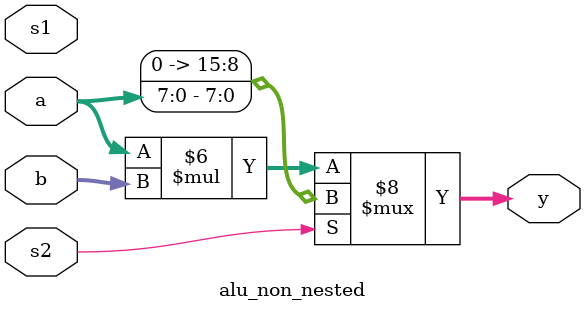
<source format=v>
module alu_non_nested (
    input [7:0] a,
    input [7:0] b,
    input s1,
    input s2,
    output reg [15:0] y
);
    always @(a or b or s1 or s2) begin
        if (s1 == 0) y = a + b; 
        else y = a - b;
        if (s2==0) y=a*b;
        else y = a;
    end

endmodule
</source>
